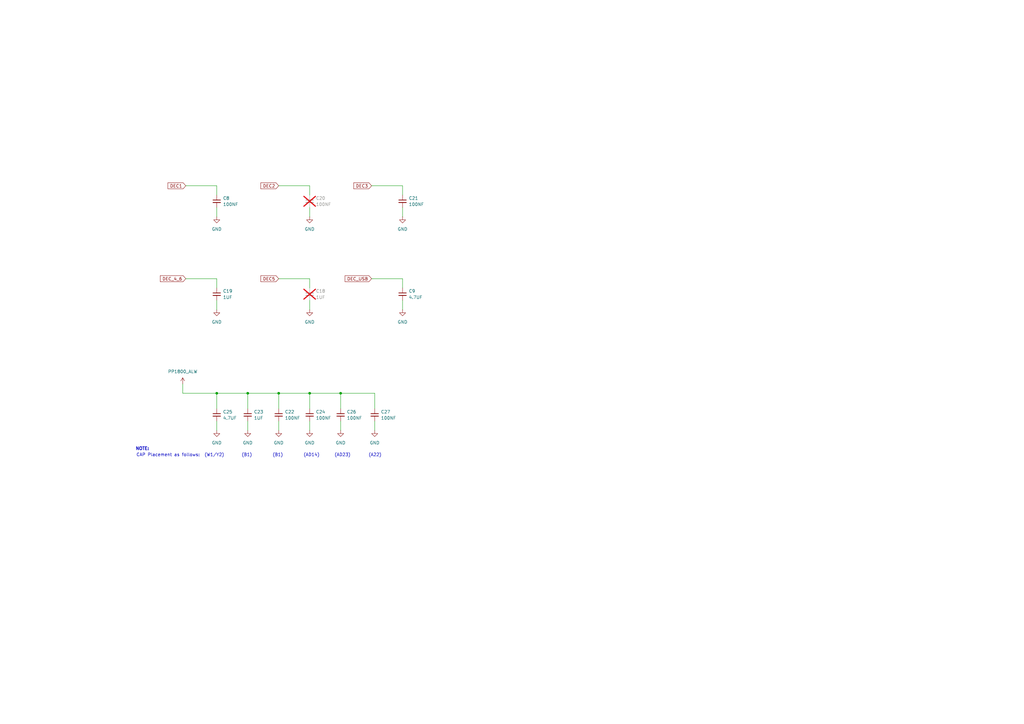
<source format=kicad_sch>
(kicad_sch (version 20231120) (generator "eeschema") (generator_version "8.0")
  (paper "A3")
  (title_block (title "LoRa Meshtastic Radio") (date "2024-10-24") (rev "Proto"))
  (lib_symbols
    (symbol "Device:C_Small" (pin_numbers hide) (pin_names (offset 0.254) hide)
      (property "Reference" "C" (at 0.254 1.778 0))
      (property "Value" "C_Small" (at 0.254 -2.032 0))
      (symbol "C_Small_0_1"
        (polyline (pts (xy -1.524 -0.508) (xy 1.524 -0.508)) (stroke (width 0.3302)))
        (polyline (pts (xy -1.524 0.508) (xy 1.524 0.508)) (stroke (width 0.3048)))
      )
      (symbol "C_Small_1_1"
        (pin passive line (at 0 2.54 270) (length 2.032) (name "~") (number "1"))
        (pin passive line (at 0 -2.54 90) (length 2.032) (name "~") (number "2"))
      )
    )
    (symbol "power:GND" (power) (pin_numbers hide) (pin_names (offset 0) hide)
      (property "Value" "GND" (at 0 -3.81 0))
      (symbol "GND_0_1"
        (polyline (pts (xy 0 0) (xy 0 -1.27) (xy 1.27 -1.27) (xy 0 -2.54) (xy -1.27 -1.27) (xy 0 -1.27)))
      )
      (symbol "GND_1_1"
        (pin power_in line (at 0 0 270) (length 0) (name "~") (number "1"))
      )
    )
    (symbol "power:VCC" (power) (pin_numbers hide) (pin_names (offset 0) hide)
      (property "Value" "VCC" (at 0 3.556 0))
      (symbol "VCC_0_1"
        (polyline (pts (xy -0.762 1.27) (xy 0 2.54)))
        (polyline (pts (xy 0 0) (xy 0 2.54)))
        (polyline (pts (xy 0 2.54) (xy 0.762 1.27)))
      )
      (symbol "VCC_1_1"
        (pin power_in line (at 0 0 90) (length 0) (name "~") (number "1"))
      )
    )
  )
  (junction (at 88.9 161.29))
  (junction (at 114.3 161.29))
  (junction (at 101.6 161.29))
  (junction (at 127 161.29))
  (junction (at 139.7 161.29))
  (wire (pts (xy 88.9 161.29) (xy 88.9 167.64)))
  (wire (pts (xy 127 172.72) (xy 127 176.53)))
  (wire (pts (xy 114.3 172.72) (xy 114.3 176.53)))
  (wire (pts (xy 152.4 114.3) (xy 165.1 114.3)))
  (wire (pts (xy 114.3 161.29) (xy 114.3 167.64)))
  (wire (pts (xy 127 76.2) (xy 127 80.01)))
  (wire (pts (xy 127 161.29) (xy 127 167.64)))
  (wire (pts (xy 165.1 114.3) (xy 165.1 118.11)))
  (wire (pts (xy 152.4 76.2) (xy 165.1 76.2)))
  (wire (pts (xy 101.6 161.29) (xy 114.3 161.29)))
  (wire (pts (xy 127 123.19) (xy 127 127)))
  (wire (pts (xy 139.7 172.72) (xy 139.7 176.53)))
  (wire (pts (xy 74.93 161.29) (xy 88.9 161.29)))
  (wire (pts (xy 76.2 114.3) (xy 88.9 114.3)))
  (wire (pts (xy 114.3 76.2) (xy 127 76.2)))
  (wire (pts (xy 165.1 85.09) (xy 165.1 88.9)))
  (wire (pts (xy 88.9 85.09) (xy 88.9 88.9)))
  (wire (pts (xy 88.9 114.3) (xy 88.9 118.11)))
  (wire (pts (xy 165.1 123.19) (xy 165.1 127)))
  (wire (pts (xy 88.9 123.19) (xy 88.9 127)))
  (wire (pts (xy 101.6 172.72) (xy 101.6 176.53)))
  (wire (pts (xy 74.93 157.48) (xy 74.93 161.29)))
  (wire (pts (xy 127 114.3) (xy 127 118.11)))
  (wire (pts (xy 114.3 114.3) (xy 127 114.3)))
  (wire (pts (xy 153.67 172.72) (xy 153.67 176.53)))
  (wire (pts (xy 139.7 161.29) (xy 139.7 167.64)))
  (wire (pts (xy 114.3 161.29) (xy 127 161.29)))
  (wire (pts (xy 88.9 76.2) (xy 88.9 80.01)))
  (wire (pts (xy 139.7 161.29) (xy 153.67 161.29)))
  (wire (pts (xy 165.1 76.2) (xy 165.1 80.01)))
  (wire (pts (xy 127 85.09) (xy 127 88.9)))
  (wire (pts (xy 76.2 76.2) (xy 88.9 76.2)))
  (wire (pts (xy 101.6 161.29) (xy 101.6 167.64)))
  (wire (pts (xy 153.67 161.29) (xy 153.67 167.64)))
  (wire (pts (xy 127 161.29) (xy 139.7 161.29)))
  (wire (pts (xy 88.9 172.72) (xy 88.9 176.53)))
  (wire (pts (xy 88.9 161.29) (xy 101.6 161.29)))
  (text "NOTE:" (at 58.42 184.15 0) (effects (font (size 1.27 1.27) (thickness 0.254) (bold yes))))
  (text "(AD14)" (at 124.46 186.69 0) (effects (font (size 1.27 1.27)) (justify left)))
  (text "CAP Placement as follows:" (at 55.88 186.69 0) (effects (font (size 1.27 1.27)) (justify left)))
  (text "(B1)" (at 99.06 186.69 0) (effects (font (size 1.27 1.27)) (justify left)))
  (text "(B1)" (at 111.76 186.69 0) (effects (font (size 1.27 1.27)) (justify left)))
  (text "(A22)" (at 151.13 186.69 0) (effects (font (size 1.27 1.27)) (justify left)))
  (text "(AD23)" (at 137.16 186.69 0) (effects (font (size 1.27 1.27)) (justify left)))
  (text "(W1/Y2)" (at 83.82 186.69 0) (effects (font (size 1.27 1.27)) (justify left)))
  (global_label "DEC2" (shape input) (at 114.3 76.2 180) (property "Intersheetrefs" "${INTERSHEET_REFS}" (effects (hide yes))))
  (global_label "DEC5" (shape input) (at 114.3 114.3 180) (property "Intersheetrefs" "${INTERSHEET_REFS}" (effects (hide yes))))
  (global_label "DEC_USB" (shape input) (at 152.4 114.3 180) (property "Intersheetrefs" "${INTERSHEET_REFS}" (effects (hide yes))))
  (global_label "DEC_4_6" (shape input) (at 76.2 114.3 180) (property "Intersheetrefs" "${INTERSHEET_REFS}" (effects (hide yes))))
  (global_label "DEC3" (shape input) (at 152.4 76.2 180) (property "Intersheetrefs" "${INTERSHEET_REFS}" (effects (hide yes))))
  (global_label "DEC1" (shape input) (at 76.2 76.2 180) (property "Intersheetrefs" "${INTERSHEET_REFS}" (effects (hide yes))))
  (symbol (lib_id "Device:C_Small") (at 127 82.55 0) (unit 1) (dnp yes)
    (property "Reference" "C20" (at 129.54 81.2862 0) (effects (justify left)))
    (property "Value" "100NF" (at 129.54 83.8262 0) (effects (justify left)))
    (property "Description" "Unpolarized capacitor, small symbol" (effects (hide yes)))
  )
  (symbol (lib_id "power:GND") (at 153.67 176.53 0) (unit 1)
    (property "Reference" "#PWR051" (effects (hide yes)))
    (property "Value" "GND" (at 153.67 181.61 0))
    (property "Description" "Power symbol creates a global label with name \"GND\" , ground" (effects (hide yes)))
  )
  (symbol (lib_id "Device:C_Small") (at 88.9 120.65 0) (unit 1)
    (property "Reference" "C19" (at 91.44 119.3862 0) (effects (justify left)))
    (property "Value" "1UF" (at 91.44 121.9262 0) (effects (justify left)))
    (property "Description" "Unpolarized capacitor, small symbol" (effects (hide yes)))
  )
  (symbol (lib_id "power:GND") (at 114.3 176.53 0) (unit 1)
    (property "Reference" "#PWR046" (effects (hide yes)))
    (property "Value" "GND" (at 114.3 181.61 0))
    (property "Description" "Power symbol creates a global label with name \"GND\" , ground" (effects (hide yes)))
  )
  (symbol (lib_id "power:GND") (at 165.1 88.9 0) (unit 1)
    (property "Reference" "#PWR044" (effects (hide yes)))
    (property "Value" "GND" (at 165.1 93.98 0))
    (property "Description" "Power symbol creates a global label with name \"GND\" , ground" (effects (hide yes)))
  )
  (symbol (lib_id "power:GND") (at 88.9 88.9 0) (unit 1)
    (property "Reference" "#PWR039" (effects (hide yes)))
    (property "Value" "GND" (at 88.9 93.98 0))
    (property "Description" "Power symbol creates a global label with name \"GND\" , ground" (effects (hide yes)))
  )
  (symbol (lib_id "Device:C_Small") (at 114.3 170.18 0) (unit 1)
    (property "Reference" "C22" (at 116.84 168.9162 0) (effects (justify left)))
    (property "Value" "100NF" (at 116.84 171.4562 0) (effects (justify left)))
    (property "Description" "Unpolarized capacitor, small symbol" (effects (hide yes)))
  )
  (symbol (lib_id "power:GND") (at 139.7 176.53 0) (unit 1)
    (property "Reference" "#PWR050" (effects (hide yes)))
    (property "Value" "GND" (at 139.7 181.61 0))
    (property "Description" "Power symbol creates a global label with name \"GND\" , ground" (effects (hide yes)))
  )
  (symbol (lib_id "Device:C_Small") (at 101.6 170.18 0) (unit 1)
    (property "Reference" "C23" (at 104.14 168.9162 0) (effects (justify left)))
    (property "Value" "1UF" (at 104.14 171.4562 0) (effects (justify left)))
    (property "Description" "Unpolarized capacitor, small symbol" (effects (hide yes)))
  )
  (symbol (lib_id "Device:C_Small") (at 165.1 82.55 0) (unit 1)
    (property "Reference" "C21" (at 167.64 81.2862 0) (effects (justify left)))
    (property "Value" "100NF" (at 167.64 83.8262 0) (effects (justify left)))
    (property "Description" "Unpolarized capacitor, small symbol" (effects (hide yes)))
  )
  (symbol (lib_id "Device:C_Small") (at 88.9 82.55 0) (unit 1)
    (property "Reference" "C8" (at 91.44 81.2862 0) (effects (justify left)))
    (property "Value" "100NF" (at 91.44 83.8262 0) (effects (justify left)))
    (property "Description" "Unpolarized capacitor, small symbol" (effects (hide yes)))
  )
  (symbol (lib_id "Device:C_Small") (at 139.7 170.18 0) (unit 1)
    (property "Reference" "C26" (at 142.24 168.9162 0) (effects (justify left)))
    (property "Value" "100NF" (at 142.24 171.4562 0) (effects (justify left)))
    (property "Description" "Unpolarized capacitor, small symbol" (effects (hide yes)))
  )
  (symbol (lib_id "power:GND") (at 127 127 0) (unit 1)
    (property "Reference" "#PWR041" (effects (hide yes)))
    (property "Value" "GND" (at 127 132.08 0))
    (property "Description" "Power symbol creates a global label with name \"GND\" , ground" (effects (hide yes)))
  )
  (symbol (lib_id "power:GND") (at 127 176.53 0) (unit 1)
    (property "Reference" "#PWR048" (effects (hide yes)))
    (property "Value" "GND" (at 127 181.61 0))
    (property "Description" "Power symbol creates a global label with name \"GND\" , ground" (effects (hide yes)))
  )
  (symbol (lib_id "power:GND") (at 88.9 127 0) (unit 1)
    (property "Reference" "#PWR042" (effects (hide yes)))
    (property "Value" "GND" (at 88.9 132.08 0))
    (property "Description" "Power symbol creates a global label with name \"GND\" , ground" (effects (hide yes)))
  )
  (symbol (lib_id "Device:C_Small") (at 127 120.65 0) (unit 1) (dnp yes)
    (property "Reference" "C18" (at 129.54 119.3862 0) (effects (justify left)))
    (property "Value" "1UF" (at 129.54 121.9262 0) (effects (justify left)))
    (property "Description" "Unpolarized capacitor, small symbol" (effects (hide yes)))
  )
  (symbol (lib_id "power:GND") (at 165.1 127 0) (unit 1)
    (property "Reference" "#PWR040" (effects (hide yes)))
    (property "Value" "GND" (at 165.1 132.08 0))
    (property "Description" "Power symbol creates a global label with name \"GND\" , ground" (effects (hide yes)))
  )
  (symbol (lib_id "Device:C_Small") (at 165.1 120.65 0) (unit 1)
    (property "Reference" "C9" (at 167.64 119.3862 0) (effects (justify left)))
    (property "Value" "4.7UF" (at 167.64 121.9262 0) (effects (justify left)))
    (property "Description" "Unpolarized capacitor, small symbol" (effects (hide yes)))
  )
  (symbol (lib_id "Device:C_Small") (at 153.67 170.18 0) (unit 1)
    (property "Reference" "C27" (at 156.21 168.9162 0) (effects (justify left)))
    (property "Value" "100NF" (at 156.21 171.4562 0) (effects (justify left)))
    (property "Description" "Unpolarized capacitor, small symbol" (effects (hide yes)))
  )
  (symbol (lib_id "power:VCC") (at 74.93 157.48 0) (unit 1)
    (property "Reference" "#PWR045" (effects (hide yes)))
    (property "Value" "PP1800_ALW" (at 74.93 152.4 0))
    (property "Description" "Power symbol creates a global label with name \"VCC\"" (effects (hide yes)))
  )
  (symbol (lib_id "power:GND") (at 101.6 176.53 0) (unit 1)
    (property "Reference" "#PWR047" (effects (hide yes)))
    (property "Value" "GND" (at 101.6 181.61 0))
    (property "Description" "Power symbol creates a global label with name \"GND\" , ground" (effects (hide yes)))
  )
  (symbol (lib_id "power:GND") (at 127 88.9 0) (unit 1)
    (property "Reference" "#PWR043" (effects (hide yes)))
    (property "Value" "GND" (at 127 93.98 0))
    (property "Description" "Power symbol creates a global label with name \"GND\" , ground" (effects (hide yes)))
  )
  (symbol (lib_id "power:GND") (at 88.9 176.53 0) (unit 1)
    (property "Reference" "#PWR049" (effects (hide yes)))
    (property "Value" "GND" (at 88.9 181.61 0))
    (property "Description" "Power symbol creates a global label with name \"GND\" , ground" (effects (hide yes)))
  )
  (symbol (lib_id "Device:C_Small") (at 127 170.18 0) (unit 1)
    (property "Reference" "C24" (at 129.54 168.9162 0) (effects (justify left)))
    (property "Value" "100NF" (at 129.54 171.4562 0) (effects (justify left)))
    (property "Description" "Unpolarized capacitor, small symbol" (effects (hide yes)))
  )
  (symbol (lib_id "Device:C_Small") (at 88.9 170.18 0) (unit 1)
    (property "Reference" "C25" (at 91.44 168.9162 0) (effects (justify left)))
    (property "Value" "4.7UF" (at 91.44 171.4562 0) (effects (justify left)))
    (property "Description" "Unpolarized capacitor, small symbol" (effects (hide yes)))
  )
)
</source>
